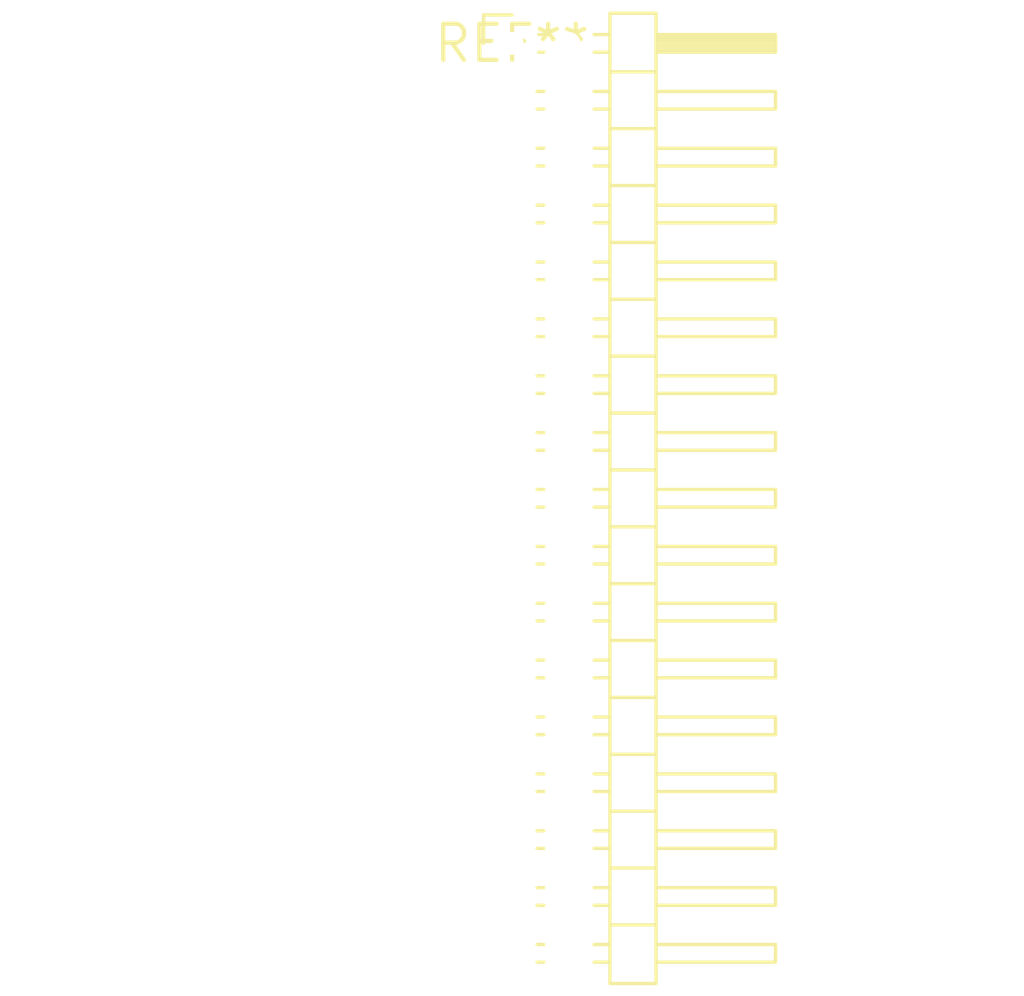
<source format=kicad_pcb>
(kicad_pcb (version 20240108) (generator pcbnew)
  (layers (0 "F.Cu" signal) (31 "B.Cu" signal) (34 "B.Paste" user) (35 "F.Paste" user) (36 "B.SilkS" user "B.Silkscreen") (37 "F.SilkS" user "F.Silkscreen") (38 "B.Mask" user) (39 "F.Mask" user) (44 "Edge.Cuts" user))
  (net 0 "")
  (footprint "PinHeader_2x17_P2.00mm_Horizontal" (layer "F.Cu") (at 0 0)
    (property "Reference" "REF**")
    (property "Value" "PinHeader_2x17_P2.00mm_Horizontal")
    (fp_line (start -1 -1) (end 0 -1) (layer "F.SilkS") (stroke (width 0.12)))
    (fp_line (start -1 0) (end -1 -1) (layer "F.SilkS") (stroke (width 0.12)))
    (fp_line (start 0.882114 1.69) (end 1.117886 1.69) (layer "F.SilkS") (stroke (width 0.12)))
    (fp_line (start 0.882114 2.31) (end 1.117886 2.31) (layer "F.SilkS") (stroke (width 0.12)))
    (fp_line (start 0.882114 3.69) (end 1.117886 3.69) (layer "F.SilkS") (stroke (width 0.12)))
    (fp_line (start 0.882114 4.31) (end 1.117886 4.31) (layer "F.SilkS") (stroke (width 0.12)))
    (fp_line (start 0.882114 5.69) (end 1.117886 5.69) (layer "F.SilkS") (stroke (width 0.12)))
    (fp_line (start 0.882114 6.31) (end 1.117886 6.31) (layer "F.SilkS") (stroke (width 0.12)))
    (fp_line (start 0.882114 7.69) (end 1.117886 7.69) (layer "F.SilkS") (stroke (width 0.12)))
    (fp_line (start 0.882114 8.31) (end 1.117886 8.31) (layer "F.SilkS") (stroke (width 0.12)))
    (fp_line (start 0.882114 9.69) (end 1.117886 9.69) (layer "F.SilkS") (stroke (width 0.12)))
    (fp_line (start 0.882114 10.31) (end 1.117886 10.31) (layer "F.SilkS") (stroke (width 0.12)))
    (fp_line (start 0.882114 11.69) (end 1.117886 11.69) (layer "F.SilkS") (stroke (width 0.12)))
    (fp_line (start 0.882114 12.31) (end 1.117886 12.31) (layer "F.SilkS") (stroke (width 0.12)))
    (fp_line (start 0.882114 13.69) (end 1.117886 13.69) (layer "F.SilkS") (stroke (width 0.12)))
    (fp_line (start 0.882114 14.31) (end 1.117886 14.31) (layer "F.SilkS") (stroke (width 0.12)))
    (fp_line (start 0.882114 15.69) (end 1.117886 15.69) (layer "F.SilkS") (stroke (width 0.12)))
    (fp_line (start 0.882114 16.31) (end 1.117886 16.31) (layer "F.SilkS") (stroke (width 0.12)))
    (fp_line (start 0.882114 17.69) (end 1.117886 17.69) (layer "F.SilkS") (stroke (width 0.12)))
    (fp_line (start 0.882114 18.31) (end 1.117886 18.31) (layer "F.SilkS") (stroke (width 0.12)))
    (fp_line (start 0.882114 19.69) (end 1.117886 19.69) (layer "F.SilkS") (stroke (width 0.12)))
    (fp_line (start 0.882114 20.31) (end 1.117886 20.31) (layer "F.SilkS") (stroke (width 0.12)))
    (fp_line (start 0.882114 21.69) (end 1.117886 21.69) (layer "F.SilkS") (stroke (width 0.12)))
    (fp_line (start 0.882114 22.31) (end 1.117886 22.31) (layer "F.SilkS") (stroke (width 0.12)))
    (fp_line (start 0.882114 23.69) (end 1.117886 23.69) (layer "F.SilkS") (stroke (width 0.12)))
    (fp_line (start 0.882114 24.31) (end 1.117886 24.31) (layer "F.SilkS") (stroke (width 0.12)))
    (fp_line (start 0.882114 25.69) (end 1.117886 25.69) (layer "F.SilkS") (stroke (width 0.12)))
    (fp_line (start 0.882114 26.31) (end 1.117886 26.31) (layer "F.SilkS") (stroke (width 0.12)))
    (fp_line (start 0.882114 27.69) (end 1.117886 27.69) (layer "F.SilkS") (stroke (width 0.12)))
    (fp_line (start 0.882114 28.31) (end 1.117886 28.31) (layer "F.SilkS") (stroke (width 0.12)))
    (fp_line (start 0.882114 29.69) (end 1.117886 29.69) (layer "F.SilkS") (stroke (width 0.12)))
    (fp_line (start 0.882114 30.31) (end 1.117886 30.31) (layer "F.SilkS") (stroke (width 0.12)))
    (fp_line (start 0.882114 31.69) (end 1.117886 31.69) (layer "F.SilkS") (stroke (width 0.12)))
    (fp_line (start 0.882114 32.31) (end 1.117886 32.31) (layer "F.SilkS") (stroke (width 0.12)))
    (fp_line (start 0.935 -0.31) (end 1.117886 -0.31) (layer "F.SilkS") (stroke (width 0.12)))
    (fp_line (start 0.935 0.31) (end 1.117886 0.31) (layer "F.SilkS") (stroke (width 0.12)))
    (fp_line (start 2.882114 -0.31) (end 3.44 -0.31) (layer "F.SilkS") (stroke (width 0.12)))
    (fp_line (start 2.882114 0.31) (end 3.44 0.31) (layer "F.SilkS") (stroke (width 0.12)))
    (fp_line (start 2.882114 1.69) (end 3.44 1.69) (layer "F.SilkS") (stroke (width 0.12)))
    (fp_line (start 2.882114 2.31) (end 3.44 2.31) (layer "F.SilkS") (stroke (width 0.12)))
    (fp_line (start 2.882114 3.69) (end 3.44 3.69) (layer "F.SilkS") (stroke (width 0.12)))
    (fp_line (start 2.882114 4.31) (end 3.44 4.31) (layer "F.SilkS") (stroke (width 0.12)))
    (fp_line (start 2.882114 5.69) (end 3.44 5.69) (layer "F.SilkS") (stroke (width 0.12)))
    (fp_line (start 2.882114 6.31) (end 3.44 6.31) (layer "F.SilkS") (stroke (width 0.12)))
    (fp_line (start 2.882114 7.69) (end 3.44 7.69) (layer "F.SilkS") (stroke (width 0.12)))
    (fp_line (start 2.882114 8.31) (end 3.44 8.31) (layer "F.SilkS") (stroke (width 0.12)))
    (fp_line (start 2.882114 9.69) (end 3.44 9.69) (layer "F.SilkS") (stroke (width 0.12)))
    (fp_line (start 2.882114 10.31) (end 3.44 10.31) (layer "F.SilkS") (stroke (width 0.12)))
    (fp_line (start 2.882114 11.69) (end 3.44 11.69) (layer "F.SilkS") (stroke (width 0.12)))
    (fp_line (start 2.882114 12.31) (end 3.44 12.31) (layer "F.SilkS") (stroke (width 0.12)))
    (fp_line (start 2.882114 13.69) (end 3.44 13.69) (layer "F.SilkS") (stroke (width 0.12)))
    (fp_line (start 2.882114 14.31) (end 3.44 14.31) (layer "F.SilkS") (stroke (width 0.12)))
    (fp_line (start 2.882114 15.69) (end 3.44 15.69) (layer "F.SilkS") (stroke (width 0.12)))
    (fp_line (start 2.882114 16.31) (end 3.44 16.31) (layer "F.SilkS") (stroke (width 0.12)))
    (fp_line (start 2.882114 17.69) (end 3.44 17.69) (layer "F.SilkS") (stroke (width 0.12)))
    (fp_line (start 2.882114 18.31) (end 3.44 18.31) (layer "F.SilkS") (stroke (width 0.12)))
    (fp_line (start 2.882114 19.69) (end 3.44 19.69) (layer "F.SilkS") (stroke (width 0.12)))
    (fp_line (start 2.882114 20.31) (end 3.44 20.31) (layer "F.SilkS") (stroke (width 0.12)))
    (fp_line (start 2.882114 21.69) (end 3.44 21.69) (layer "F.SilkS") (stroke (width 0.12)))
    (fp_line (start 2.882114 22.31) (end 3.44 22.31) (layer "F.SilkS") (stroke (width 0.12)))
    (fp_line (start 2.882114 23.69) (end 3.44 23.69) (layer "F.SilkS") (stroke (width 0.12)))
    (fp_line (start 2.882114 24.31) (end 3.44 24.31) (layer "F.SilkS") (stroke (width 0.12)))
    (fp_line (start 2.882114 25.69) (end 3.44 25.69) (layer "F.SilkS") (stroke (width 0.12)))
    (fp_line (start 2.882114 26.31) (end 3.44 26.31) (layer "F.SilkS") (stroke (width 0.12)))
    (fp_line (start 2.882114 27.69) (end 3.44 27.69) (layer "F.SilkS") (stroke (width 0.12)))
    (fp_line (start 2.882114 28.31) (end 3.44 28.31) (layer "F.SilkS") (stroke (width 0.12)))
    (fp_line (start 2.882114 29.69) (end 3.44 29.69) (layer "F.SilkS") (stroke (width 0.12)))
    (fp_line (start 2.882114 30.31) (end 3.44 30.31) (layer "F.SilkS") (stroke (width 0.12)))
    (fp_line (start 2.882114 31.69) (end 3.44 31.69) (layer "F.SilkS") (stroke (width 0.12)))
    (fp_line (start 2.882114 32.31) (end 3.44 32.31) (layer "F.SilkS") (stroke (width 0.12)))
    (fp_line (start 3.44 -1.06) (end 3.44 33.06) (layer "F.SilkS") (stroke (width 0.12)))
    (fp_line (start 3.44 1) (end 5.06 1) (layer "F.SilkS") (stroke (width 0.12)))
    (fp_line (start 3.44 3) (end 5.06 3) (layer "F.SilkS") (stroke (width 0.12)))
    (fp_line (start 3.44 5) (end 5.06 5) (layer "F.SilkS") (stroke (width 0.12)))
    (fp_line (start 3.44 7) (end 5.06 7) (layer "F.SilkS") (stroke (width 0.12)))
    (fp_line (start 3.44 9) (end 5.06 9) (layer "F.SilkS") (stroke (width 0.12)))
    (fp_line (start 3.44 11) (end 5.06 11) (layer "F.SilkS") (stroke (width 0.12)))
    (fp_line (start 3.44 13) (end 5.06 13) (layer "F.SilkS") (stroke (width 0.12)))
    (fp_line (start 3.44 15) (end 5.06 15) (layer "F.SilkS") (stroke (width 0.12)))
    (fp_line (start 3.44 17) (end 5.06 17) (layer "F.SilkS") (stroke (width 0.12)))
    (fp_line (start 3.44 19) (end 5.06 19) (layer "F.SilkS") (stroke (width 0.12)))
    (fp_line (start 3.44 21) (end 5.06 21) (layer "F.SilkS") (stroke (width 0.12)))
    (fp_line (start 3.44 23) (end 5.06 23) (layer "F.SilkS") (stroke (width 0.12)))
    (fp_line (start 3.44 25) (end 5.06 25) (layer "F.SilkS") (stroke (width 0.12)))
    (fp_line (start 3.44 27) (end 5.06 27) (layer "F.SilkS") (stroke (width 0.12)))
    (fp_line (start 3.44 29) (end 5.06 29) (layer "F.SilkS") (stroke (width 0.12)))
    (fp_line (start 3.44 31) (end 5.06 31) (layer "F.SilkS") (stroke (width 0.12)))
    (fp_line (start 3.44 33.06) (end 5.06 33.06) (layer "F.SilkS") (stroke (width 0.12)))
    (fp_line (start 5.06 -1.06) (end 3.44 -1.06) (layer "F.SilkS") (stroke (width 0.12)))
    (fp_line (start 5.06 -0.31) (end 9.26 -0.31) (layer "F.SilkS") (stroke (width 0.12)))
    (fp_line (start 5.06 -0.25) (end 9.26 -0.25) (layer "F.SilkS") (stroke (width 0.12)))
    (fp_line (start 5.06 -0.13) (end 9.26 -0.13) (layer "F.SilkS") (stroke (width 0.12)))
    (fp_line (start 5.06 -0.01) (end 9.26 -0.01) (layer "F.SilkS") (stroke (width 0.12)))
    (fp_line (start 5.06 0.11) (end 9.26 0.11) (layer "F.SilkS") (stroke (width 0.12)))
    (fp_line (start 5.06 0.23) (end 9.26 0.23) (layer "F.SilkS") (stroke (width 0.12)))
    (fp_line (start 5.06 1.69) (end 9.26 1.69) (layer "F.SilkS") (stroke (width 0.12)))
    (fp_line (start 5.06 3.69) (end 9.26 3.69) (layer "F.SilkS") (stroke (width 0.12)))
    (fp_line (start 5.06 5.69) (end 9.26 5.69) (layer "F.SilkS") (stroke (width 0.12)))
    (fp_line (start 5.06 7.69) (end 9.26 7.69) (layer "F.SilkS") (stroke (width 0.12)))
    (fp_line (start 5.06 9.69) (end 9.26 9.69) (layer "F.SilkS") (stroke (width 0.12)))
    (fp_line (start 5.06 11.69) (end 9.26 11.69) (layer "F.SilkS") (stroke (width 0.12)))
    (fp_line (start 5.06 13.69) (end 9.26 13.69) (layer "F.SilkS") (stroke (width 0.12)))
    (fp_line (start 5.06 15.69) (end 9.26 15.69) (layer "F.SilkS") (stroke (width 0.12)))
    (fp_line (start 5.06 17.69) (end 9.26 17.69) (layer "F.SilkS") (stroke (width 0.12)))
    (fp_line (start 5.06 19.69) (end 9.26 19.69) (layer "F.SilkS") (stroke (width 0.12)))
    (fp_line (start 5.06 21.69) (end 9.26 21.69) (layer "F.SilkS") (stroke (width 0.12)))
    (fp_line (start 5.06 23.69) (end 9.26 23.69) (layer "F.SilkS") (stroke (width 0.12)))
    (fp_line (start 5.06 25.69) (end 9.26 25.69) (layer "F.SilkS") (stroke (width 0.12)))
    (fp_line (start 5.06 27.69) (end 9.26 27.69) (layer "F.SilkS") (stroke (width 0.12)))
    (fp_line (start 5.06 29.69) (end 9.26 29.69) (layer "F.SilkS") (stroke (width 0.12)))
    (fp_line (start 5.06 31.69) (end 9.26 31.69) (layer "F.SilkS") (stroke (width 0.12)))
    (fp_line (start 5.06 33.06) (end 5.06 -1.06) (layer "F.SilkS") (stroke (width 0.12)))
    (fp_line (start 9.26 -0.31) (end 9.26 0.31) (layer "F.SilkS") (stroke (width 0.12)))
    (fp_line (start 9.26 0.31) (end 5.06 0.31) (layer "F.SilkS") (stroke (width 0.12)))
    (fp_line (start 9.26 1.69) (end 9.26 2.31) (layer "F.SilkS") (stroke (width 0.12)))
    (fp_line (start 9.26 2.31) (end 5.06 2.31) (layer "F.SilkS") (stroke (width 0.12)))
    (fp_line (start 9.26 3.69) (end 9.26 4.31) (layer "F.SilkS") (stroke (width 0.12)))
    (fp_line (start 9.26 4.31) (end 5.06 4.31) (layer "F.SilkS") (stroke (width 0.12)))
    (fp_line (start 9.26 5.69) (end 9.26 6.31) (layer "F.SilkS") (stroke (width 0.12)))
    (fp_line (start 9.26 6.31) (end 5.06 6.31) (layer "F.SilkS") (stroke (width 0.12)))
    (fp_line (start 9.26 7.69) (end 9.26 8.31) (layer "F.SilkS") (stroke (width 0.12)))
    (fp_line (start 9.26 8.31) (end 5.06 8.31) (layer "F.SilkS") (stroke (width 0.12)))
    (fp_line (start 9.26 9.69) (end 9.26 10.31) (layer "F.SilkS") (stroke (width 0.12)))
    (fp_line (start 9.26 10.31) (end 5.06 10.31) (layer "F.SilkS") (stroke (width 0.12)))
    (fp_line (start 9.26 11.69) (end 9.26 12.31) (layer "F.SilkS") (stroke (width 0.12)))
    (fp_line (start 9.26 12.31) (end 5.06 12.31) (layer "F.SilkS") (stroke (width 0.12)))
    (fp_line (start 9.26 13.69) (end 9.26 14.31) (layer "F.SilkS") (stroke (width 0.12)))
    (fp_line (start 9.26 14.31) (end 5.06 14.31) (layer "F.SilkS") (stroke (width 0.12)))
    (fp_line (start 9.26 15.69) (end 9.26 16.31) (layer "F.SilkS") (stroke (width 0.12)))
    (fp_line (start 9.26 16.31) (end 5.06 16.31) (layer "F.SilkS") (stroke (width 0.12)))
    (fp_line (start 9.26 17.69) (end 9.26 18.31) (layer "F.SilkS") (stroke (width 0.12)))
    (fp_line (start 9.26 18.31) (end 5.06 18.31) (layer "F.SilkS") (stroke (width 0.12)))
    (fp_line (start 9.26 19.69) (end 9.26 20.31) (layer "F.SilkS") (stroke (width 0.12)))
    (fp_line (start 9.26 20.31) (end 5.06 20.31) (layer "F.SilkS") (stroke (width 0.12)))
    (fp_line (start 9.26 21.69) (end 9.26 22.31) (layer "F.SilkS") (stroke (width 0.12)))
    (fp_line (start 9.26 22.31) (end 5.06 22.31) (layer "F.SilkS") (stroke (width 0.12)))
    (fp_line (start 9.26 23.69) (end 9.26 24.31) (layer "F.SilkS") (stroke (width 0.12)))
    (fp_line (start 9.26 24.31) (end 5.06 24.31) (layer "F.SilkS") (stroke (width 0.12)))
    (fp_line (start 9.26 25.69) (end 9.26 26.31) (layer "F.SilkS") (stroke (width 0.12)))
    (fp_line (start 9.26 26.31) (end 5.06 26.31) (layer "F.SilkS") (stroke (width 0.12)))
    (fp_line (start 9.26 27.69) (end 9.26 28.31) (layer "F.SilkS") (stroke (width 0.12)))
    (fp_line (start 9.26 28.31) (end 5.06 28.31) (layer "F.SilkS") (stroke (width 0.12)))
    (fp_line (start 9.26 29.69) (end 9.26 30.31) (layer "F.SilkS") (stroke (width 0.12)))
    (fp_line (start 9.26 30.31) (end 5.06 30.31) (layer "F.SilkS") (stroke (width 0.12)))
    (fp_line (start 9.26 31.69) (end 9.26 32.31) (layer "F.SilkS") (stroke (width 0.12)))
    (fp_line (start 9.26 32.31) (end 5.06 32.31) (layer "F.SilkS") (stroke (width 0.12)))
    (pad "1" thru_hole rect (at 0 0) (size 1.35 1.35) (drill 0.8) (layers *.Cu *.Mask) (remove_unused_layers))
    (pad "2" thru_hole oval (at 2 0) (size 1.35 1.35) (drill 0.8) (layers *.Cu *.Mask) (remove_unused_layers))
    (pad "3" thru_hole oval (at 0 2) (size 1.35 1.35) (drill 0.8) (layers *.Cu *.Mask) (remove_unused_layers))
    (pad "4" thru_hole oval (at 2 2) (size 1.35 1.35) (drill 0.8) (layers *.Cu *.Mask) (remove_unused_layers))
    (pad "5" thru_hole oval (at 0 4) (size 1.35 1.35) (drill 0.8) (layers *.Cu *.Mask) (remove_unused_layers))
    (pad "6" thru_hole oval (at 2 4) (size 1.35 1.35) (drill 0.8) (layers *.Cu *.Mask) (remove_unused_layers))
    (pad "7" thru_hole oval (at 0 6) (size 1.35 1.35) (drill 0.8) (layers *.Cu *.Mask) (remove_unused_layers))
    (pad "8" thru_hole oval (at 2 6) (size 1.35 1.35) (drill 0.8) (layers *.Cu *.Mask) (remove_unused_layers))
    (pad "9" thru_hole oval (at 0 8) (size 1.35 1.35) (drill 0.8) (layers *.Cu *.Mask) (remove_unused_layers))
    (pad "10" thru_hole oval (at 2 8) (size 1.35 1.35) (drill 0.8) (layers *.Cu *.Mask) (remove_unused_layers))
    (pad "11" thru_hole oval (at 0 10) (size 1.35 1.35) (drill 0.8) (layers *.Cu *.Mask) (remove_unused_layers))
    (pad "12" thru_hole oval (at 2 10) (size 1.35 1.35) (drill 0.8) (layers *.Cu *.Mask) (remove_unused_layers))
    (pad "13" thru_hole oval (at 0 12) (size 1.35 1.35) (drill 0.8) (layers *.Cu *.Mask) (remove_unused_layers))
    (pad "14" thru_hole oval (at 2 12) (size 1.35 1.35) (drill 0.8) (layers *.Cu *.Mask) (remove_unused_layers))
    (pad "15" thru_hole oval (at 0 14) (size 1.35 1.35) (drill 0.8) (layers *.Cu *.Mask) (remove_unused_layers))
    (pad "16" thru_hole oval (at 2 14) (size 1.35 1.35) (drill 0.8) (layers *.Cu *.Mask) (remove_unused_layers))
    (pad "17" thru_hole oval (at 0 16) (size 1.35 1.35) (drill 0.8) (layers *.Cu *.Mask) (remove_unused_layers))
    (pad "18" thru_hole oval (at 2 16) (size 1.35 1.35) (drill 0.8) (layers *.Cu *.Mask) (remove_unused_layers))
    (pad "19" thru_hole oval (at 0 18) (size 1.35 1.35) (drill 0.8) (layers *.Cu *.Mask) (remove_unused_layers))
    (pad "20" thru_hole oval (at 2 18) (size 1.35 1.35) (drill 0.8) (layers *.Cu *.Mask) (remove_unused_layers))
    (pad "21" thru_hole oval (at 0 20) (size 1.35 1.35) (drill 0.8) (layers *.Cu *.Mask) (remove_unused_layers))
    (pad "22" thru_hole oval (at 2 20) (size 1.35 1.35) (drill 0.8) (layers *.Cu *.Mask) (remove_unused_layers))
    (pad "23" thru_hole oval (at 0 22) (size 1.35 1.35) (drill 0.8) (layers *.Cu *.Mask) (remove_unused_layers))
    (pad "24" thru_hole oval (at 2 22) (size 1.35 1.35) (drill 0.8) (layers *.Cu *.Mask) (remove_unused_layers))
    (pad "25" thru_hole oval (at 0 24) (size 1.35 1.35) (drill 0.8) (layers *.Cu *.Mask) (remove_unused_layers))
    (pad "26" thru_hole oval (at 2 24) (size 1.35 1.35) (drill 0.8) (layers *.Cu *.Mask) (remove_unused_layers))
    (pad "27" thru_hole oval (at 0 26) (size 1.35 1.35) (drill 0.8) (layers *.Cu *.Mask) (remove_unused_layers))
    (pad "28" thru_hole oval (at 2 26) (size 1.35 1.35) (drill 0.8) (layers *.Cu *.Mask) (remove_unused_layers))
    (pad "29" thru_hole oval (at 0 28) (size 1.35 1.35) (drill 0.8) (layers *.Cu *.Mask) (remove_unused_layers))
    (pad "30" thru_hole oval (at 2 28) (size 1.35 1.35) (drill 0.8) (layers *.Cu *.Mask) (remove_unused_layers))
    (pad "31" thru_hole oval (at 0 30) (size 1.35 1.35) (drill 0.8) (layers *.Cu *.Mask) (remove_unused_layers))
    (pad "32" thru_hole oval (at 2 30) (size 1.35 1.35) (drill 0.8) (layers *.Cu *.Mask) (remove_unused_layers))
    (pad "33" thru_hole oval (at 0 32) (size 1.35 1.35) (drill 0.8) (layers *.Cu *.Mask) (remove_unused_layers))
    (pad "34" thru_hole oval (at 2 32) (size 1.35 1.35) (drill 0.8) (layers *.Cu *.Mask) (remove_unused_layers))
  )
)
</source>
